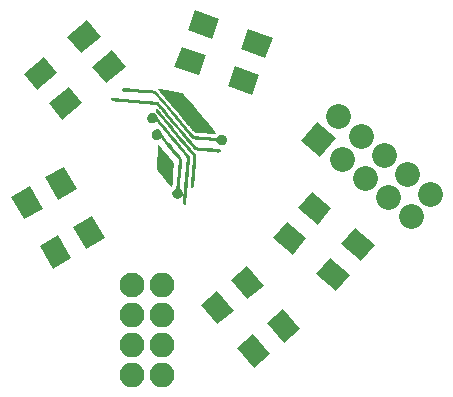
<source format=gts>
G04 #@! TF.FileFunction,Soldermask,Top*
%FSLAX46Y46*%
G04 Gerber Fmt 4.6, Leading zero omitted, Abs format (unit mm)*
G04 Created by KiCad (PCBNEW 4.0.6-e0-6349~52~ubuntu16.10.1) date Sun Jul  9 07:11:00 2017*
%MOMM*%
%LPD*%
G01*
G04 APERTURE LIST*
%ADD10C,0.100000*%
%ADD11C,0.010000*%
%ADD12C,2.100000*%
%ADD13O,2.100000X2.100000*%
%ADD14C,2.100000*%
G04 APERTURE END LIST*
D10*
D11*
G36*
X101729999Y-131186000D02*
X101761980Y-131164499D01*
X101793673Y-131150043D01*
X101833334Y-131138237D01*
X101847895Y-131134585D01*
X101940067Y-131122262D01*
X102025994Y-131132126D01*
X102105820Y-131164228D01*
X102179695Y-131218618D01*
X102224605Y-131265967D01*
X102264454Y-131319207D01*
X102291905Y-131371715D01*
X102304524Y-131405575D01*
X102324875Y-131457620D01*
X102350946Y-131512826D01*
X102368335Y-131544352D01*
X102381581Y-131562764D01*
X102409611Y-131598607D01*
X102452277Y-131651700D01*
X102509427Y-131721864D01*
X102580914Y-131808918D01*
X102666586Y-131912681D01*
X102766295Y-132032973D01*
X102879892Y-132169615D01*
X103007225Y-132322424D01*
X103148146Y-132491222D01*
X103302506Y-132675828D01*
X103470154Y-132876060D01*
X103650942Y-133091739D01*
X103691169Y-133139701D01*
X103870047Y-133353055D01*
X104036945Y-133552342D01*
X104191627Y-133737274D01*
X104333852Y-133907565D01*
X104463385Y-134062929D01*
X104579987Y-134203079D01*
X104683422Y-134327727D01*
X104773452Y-134436589D01*
X104849837Y-134529376D01*
X104912343Y-134605805D01*
X104960730Y-134665586D01*
X104994761Y-134708434D01*
X105014198Y-134734063D01*
X105017801Y-134739376D01*
X105042249Y-134783388D01*
X105062856Y-134828487D01*
X105073797Y-134860279D01*
X105075081Y-134878255D01*
X105074430Y-134914707D01*
X105071815Y-134970043D01*
X105067201Y-135044670D01*
X105060559Y-135138996D01*
X105051855Y-135253427D01*
X105041058Y-135388370D01*
X105028136Y-135544232D01*
X105013058Y-135721421D01*
X104995790Y-135920342D01*
X104976301Y-136141402D01*
X104954561Y-136385010D01*
X104953223Y-136399920D01*
X104935923Y-136592779D01*
X104918652Y-136785564D01*
X104901583Y-136976325D01*
X104884889Y-137163119D01*
X104868743Y-137343996D01*
X104853318Y-137517010D01*
X104838790Y-137680213D01*
X104825330Y-137831657D01*
X104813113Y-137969397D01*
X104802310Y-138091484D01*
X104793096Y-138195971D01*
X104785645Y-138280912D01*
X104781206Y-138331900D01*
X104742765Y-138775739D01*
X104704095Y-138808187D01*
X104677751Y-138827794D01*
X104659774Y-138832624D01*
X104643395Y-138825210D01*
X104603115Y-138787383D01*
X104573613Y-138741087D01*
X104562759Y-138708246D01*
X104563109Y-138693289D01*
X104565426Y-138656859D01*
X104569575Y-138600476D01*
X104575422Y-138525659D01*
X104582834Y-138433931D01*
X104591674Y-138326812D01*
X104601809Y-138205823D01*
X104613104Y-138072484D01*
X104625426Y-137928319D01*
X104638639Y-137774844D01*
X104652610Y-137613584D01*
X104667204Y-137446057D01*
X104682287Y-137273786D01*
X104697725Y-137098291D01*
X104713383Y-136921092D01*
X104729127Y-136743711D01*
X104744822Y-136567669D01*
X104760335Y-136394485D01*
X104775531Y-136225682D01*
X104790275Y-136062780D01*
X104804432Y-135907300D01*
X104817870Y-135760762D01*
X104830454Y-135624688D01*
X104842048Y-135500599D01*
X104852520Y-135390014D01*
X104861734Y-135294456D01*
X104869557Y-135215444D01*
X104875853Y-135154501D01*
X104879798Y-135118948D01*
X104887248Y-135032881D01*
X104887368Y-134965358D01*
X104880754Y-134920200D01*
X104876373Y-134904408D01*
X104871934Y-134889466D01*
X104866772Y-134874540D01*
X104860227Y-134858801D01*
X104851636Y-134841417D01*
X104840337Y-134821558D01*
X104825668Y-134798392D01*
X104806966Y-134771089D01*
X104783569Y-134738816D01*
X104754816Y-134700745D01*
X104720044Y-134656043D01*
X104678589Y-134603880D01*
X104629793Y-134543425D01*
X104572989Y-134473847D01*
X104507518Y-134394314D01*
X104432718Y-134303996D01*
X104347924Y-134202062D01*
X104252476Y-134087681D01*
X104145711Y-133960022D01*
X104026967Y-133818254D01*
X103895583Y-133661545D01*
X103750895Y-133489066D01*
X103592242Y-133299986D01*
X103539347Y-133236951D01*
X102292573Y-131751103D01*
X102259745Y-131774846D01*
X102161096Y-131841452D01*
X102074397Y-131889689D01*
X101998364Y-131920104D01*
X101931718Y-131933250D01*
X101892138Y-131932722D01*
X101834544Y-131922728D01*
X101785173Y-131904277D01*
X101735352Y-131873523D01*
X101703580Y-131849137D01*
X101628749Y-131776397D01*
X101575122Y-131697299D01*
X101542747Y-131613988D01*
X101531670Y-131528606D01*
X101541941Y-131443294D01*
X101573606Y-131360197D01*
X101626714Y-131281457D01*
X101689473Y-131218945D01*
X101729999Y-131186000D01*
X101729999Y-131186000D01*
G37*
X101729999Y-131186000D02*
X101761980Y-131164499D01*
X101793673Y-131150043D01*
X101833334Y-131138237D01*
X101847895Y-131134585D01*
X101940067Y-131122262D01*
X102025994Y-131132126D01*
X102105820Y-131164228D01*
X102179695Y-131218618D01*
X102224605Y-131265967D01*
X102264454Y-131319207D01*
X102291905Y-131371715D01*
X102304524Y-131405575D01*
X102324875Y-131457620D01*
X102350946Y-131512826D01*
X102368335Y-131544352D01*
X102381581Y-131562764D01*
X102409611Y-131598607D01*
X102452277Y-131651700D01*
X102509427Y-131721864D01*
X102580914Y-131808918D01*
X102666586Y-131912681D01*
X102766295Y-132032973D01*
X102879892Y-132169615D01*
X103007225Y-132322424D01*
X103148146Y-132491222D01*
X103302506Y-132675828D01*
X103470154Y-132876060D01*
X103650942Y-133091739D01*
X103691169Y-133139701D01*
X103870047Y-133353055D01*
X104036945Y-133552342D01*
X104191627Y-133737274D01*
X104333852Y-133907565D01*
X104463385Y-134062929D01*
X104579987Y-134203079D01*
X104683422Y-134327727D01*
X104773452Y-134436589D01*
X104849837Y-134529376D01*
X104912343Y-134605805D01*
X104960730Y-134665586D01*
X104994761Y-134708434D01*
X105014198Y-134734063D01*
X105017801Y-134739376D01*
X105042249Y-134783388D01*
X105062856Y-134828487D01*
X105073797Y-134860279D01*
X105075081Y-134878255D01*
X105074430Y-134914707D01*
X105071815Y-134970043D01*
X105067201Y-135044670D01*
X105060559Y-135138996D01*
X105051855Y-135253427D01*
X105041058Y-135388370D01*
X105028136Y-135544232D01*
X105013058Y-135721421D01*
X104995790Y-135920342D01*
X104976301Y-136141402D01*
X104954561Y-136385010D01*
X104953223Y-136399920D01*
X104935923Y-136592779D01*
X104918652Y-136785564D01*
X104901583Y-136976325D01*
X104884889Y-137163119D01*
X104868743Y-137343996D01*
X104853318Y-137517010D01*
X104838790Y-137680213D01*
X104825330Y-137831657D01*
X104813113Y-137969397D01*
X104802310Y-138091484D01*
X104793096Y-138195971D01*
X104785645Y-138280912D01*
X104781206Y-138331900D01*
X104742765Y-138775739D01*
X104704095Y-138808187D01*
X104677751Y-138827794D01*
X104659774Y-138832624D01*
X104643395Y-138825210D01*
X104603115Y-138787383D01*
X104573613Y-138741087D01*
X104562759Y-138708246D01*
X104563109Y-138693289D01*
X104565426Y-138656859D01*
X104569575Y-138600476D01*
X104575422Y-138525659D01*
X104582834Y-138433931D01*
X104591674Y-138326812D01*
X104601809Y-138205823D01*
X104613104Y-138072484D01*
X104625426Y-137928319D01*
X104638639Y-137774844D01*
X104652610Y-137613584D01*
X104667204Y-137446057D01*
X104682287Y-137273786D01*
X104697725Y-137098291D01*
X104713383Y-136921092D01*
X104729127Y-136743711D01*
X104744822Y-136567669D01*
X104760335Y-136394485D01*
X104775531Y-136225682D01*
X104790275Y-136062780D01*
X104804432Y-135907300D01*
X104817870Y-135760762D01*
X104830454Y-135624688D01*
X104842048Y-135500599D01*
X104852520Y-135390014D01*
X104861734Y-135294456D01*
X104869557Y-135215444D01*
X104875853Y-135154501D01*
X104879798Y-135118948D01*
X104887248Y-135032881D01*
X104887368Y-134965358D01*
X104880754Y-134920200D01*
X104876373Y-134904408D01*
X104871934Y-134889466D01*
X104866772Y-134874540D01*
X104860227Y-134858801D01*
X104851636Y-134841417D01*
X104840337Y-134821558D01*
X104825668Y-134798392D01*
X104806966Y-134771089D01*
X104783569Y-134738816D01*
X104754816Y-134700745D01*
X104720044Y-134656043D01*
X104678589Y-134603880D01*
X104629793Y-134543425D01*
X104572989Y-134473847D01*
X104507518Y-134394314D01*
X104432718Y-134303996D01*
X104347924Y-134202062D01*
X104252476Y-134087681D01*
X104145711Y-133960022D01*
X104026967Y-133818254D01*
X103895583Y-133661545D01*
X103750895Y-133489066D01*
X103592242Y-133299986D01*
X103539347Y-133236951D01*
X102292573Y-131751103D01*
X102259745Y-131774846D01*
X102161096Y-131841452D01*
X102074397Y-131889689D01*
X101998364Y-131920104D01*
X101931718Y-131933250D01*
X101892138Y-131932722D01*
X101834544Y-131922728D01*
X101785173Y-131904277D01*
X101735352Y-131873523D01*
X101703580Y-131849137D01*
X101628749Y-131776397D01*
X101575122Y-131697299D01*
X101542747Y-131613988D01*
X101531670Y-131528606D01*
X101541941Y-131443294D01*
X101573606Y-131360197D01*
X101626714Y-131281457D01*
X101689473Y-131218945D01*
X101729999Y-131186000D01*
G36*
X102291895Y-130789445D02*
X102324750Y-130788625D01*
X102350267Y-130795689D01*
X102351969Y-130796821D01*
X102361111Y-130806905D01*
X102384382Y-130833893D01*
X102421103Y-130876977D01*
X102470590Y-130935344D01*
X102532165Y-131008185D01*
X102605144Y-131094690D01*
X102688846Y-131194049D01*
X102782592Y-131305451D01*
X102885700Y-131428085D01*
X102997487Y-131561143D01*
X103117274Y-131703813D01*
X103244380Y-131855285D01*
X103378121Y-132014750D01*
X103517818Y-132181396D01*
X103662790Y-132354413D01*
X103812354Y-132532991D01*
X103965831Y-132716321D01*
X103990282Y-132745535D01*
X104172877Y-132963715D01*
X104341229Y-133164902D01*
X104495923Y-133349806D01*
X104637543Y-133519134D01*
X104766672Y-133673596D01*
X104883894Y-133813904D01*
X104989792Y-133940765D01*
X105084952Y-134054890D01*
X105169954Y-134156986D01*
X105245386Y-134247765D01*
X105311828Y-134327935D01*
X105369866Y-134398206D01*
X105420083Y-134459288D01*
X105463062Y-134511889D01*
X105499388Y-134556719D01*
X105529643Y-134594488D01*
X105554414Y-134625905D01*
X105574281Y-134651678D01*
X105589828Y-134672519D01*
X105601642Y-134689136D01*
X105610304Y-134702239D01*
X105616399Y-134712537D01*
X105620510Y-134720739D01*
X105623220Y-134727555D01*
X105624568Y-134731782D01*
X105626975Y-134747633D01*
X105627882Y-134774691D01*
X105627207Y-134814133D01*
X105624865Y-134867135D01*
X105620773Y-134934871D01*
X105614847Y-135018519D01*
X105607006Y-135119255D01*
X105597164Y-135238255D01*
X105585238Y-135376696D01*
X105571147Y-135535751D01*
X105554806Y-135716601D01*
X105554743Y-135717280D01*
X105540898Y-135870191D01*
X105527249Y-136022600D01*
X105514004Y-136172039D01*
X105501380Y-136316042D01*
X105489585Y-136452142D01*
X105478836Y-136577868D01*
X105469341Y-136690754D01*
X105461315Y-136788334D01*
X105454969Y-136868138D01*
X105450516Y-136927699D01*
X105450138Y-136933102D01*
X105443141Y-137028043D01*
X105436555Y-137103111D01*
X105429925Y-137161504D01*
X105422793Y-137206426D01*
X105414702Y-137241079D01*
X105405196Y-137268662D01*
X105400859Y-137278509D01*
X105374059Y-137330226D01*
X105348649Y-137369206D01*
X105327009Y-137392173D01*
X105314881Y-137396940D01*
X105297096Y-137386137D01*
X105274445Y-137360003D01*
X105251427Y-137324308D01*
X105238547Y-137299037D01*
X105232338Y-137279810D01*
X105228950Y-137253423D01*
X105228464Y-137216780D01*
X105230956Y-137166787D01*
X105236505Y-137100348D01*
X105245192Y-137014369D01*
X105245964Y-137007120D01*
X105251210Y-136956078D01*
X105258274Y-136884353D01*
X105266939Y-136794262D01*
X105276989Y-136688123D01*
X105288211Y-136568254D01*
X105300387Y-136436972D01*
X105313303Y-136296596D01*
X105326743Y-136149443D01*
X105340490Y-135997830D01*
X105354329Y-135844077D01*
X105358689Y-135795389D01*
X105375590Y-135604725D01*
X105390194Y-135436169D01*
X105402562Y-135288862D01*
X105412757Y-135161943D01*
X105420838Y-135054549D01*
X105426868Y-134965820D01*
X105430909Y-134894896D01*
X105433019Y-134840916D01*
X105433261Y-134803016D01*
X105431696Y-134780338D01*
X105431037Y-134776975D01*
X105417329Y-134720656D01*
X104081499Y-133128676D01*
X103938311Y-132958059D01*
X103797063Y-132789808D01*
X103658656Y-132624992D01*
X103523989Y-132464681D01*
X103393964Y-132309947D01*
X103269480Y-132161858D01*
X103151439Y-132021487D01*
X103040740Y-131889903D01*
X102938285Y-131768176D01*
X102844974Y-131657376D01*
X102761707Y-131558575D01*
X102689385Y-131472842D01*
X102628908Y-131401248D01*
X102581176Y-131344863D01*
X102547092Y-131304757D01*
X102539180Y-131295496D01*
X102465186Y-131208337D01*
X102405262Y-131135887D01*
X102357828Y-131075882D01*
X102321297Y-131026056D01*
X102294087Y-130984146D01*
X102274612Y-130947886D01*
X102261290Y-130915012D01*
X102253323Y-130886753D01*
X102245535Y-130841674D01*
X102248658Y-130813333D01*
X102264466Y-130797261D01*
X102291895Y-130789445D01*
X102291895Y-130789445D01*
G37*
X102291895Y-130789445D02*
X102324750Y-130788625D01*
X102350267Y-130795689D01*
X102351969Y-130796821D01*
X102361111Y-130806905D01*
X102384382Y-130833893D01*
X102421103Y-130876977D01*
X102470590Y-130935344D01*
X102532165Y-131008185D01*
X102605144Y-131094690D01*
X102688846Y-131194049D01*
X102782592Y-131305451D01*
X102885700Y-131428085D01*
X102997487Y-131561143D01*
X103117274Y-131703813D01*
X103244380Y-131855285D01*
X103378121Y-132014750D01*
X103517818Y-132181396D01*
X103662790Y-132354413D01*
X103812354Y-132532991D01*
X103965831Y-132716321D01*
X103990282Y-132745535D01*
X104172877Y-132963715D01*
X104341229Y-133164902D01*
X104495923Y-133349806D01*
X104637543Y-133519134D01*
X104766672Y-133673596D01*
X104883894Y-133813904D01*
X104989792Y-133940765D01*
X105084952Y-134054890D01*
X105169954Y-134156986D01*
X105245386Y-134247765D01*
X105311828Y-134327935D01*
X105369866Y-134398206D01*
X105420083Y-134459288D01*
X105463062Y-134511889D01*
X105499388Y-134556719D01*
X105529643Y-134594488D01*
X105554414Y-134625905D01*
X105574281Y-134651678D01*
X105589828Y-134672519D01*
X105601642Y-134689136D01*
X105610304Y-134702239D01*
X105616399Y-134712537D01*
X105620510Y-134720739D01*
X105623220Y-134727555D01*
X105624568Y-134731782D01*
X105626975Y-134747633D01*
X105627882Y-134774691D01*
X105627207Y-134814133D01*
X105624865Y-134867135D01*
X105620773Y-134934871D01*
X105614847Y-135018519D01*
X105607006Y-135119255D01*
X105597164Y-135238255D01*
X105585238Y-135376696D01*
X105571147Y-135535751D01*
X105554806Y-135716601D01*
X105554743Y-135717280D01*
X105540898Y-135870191D01*
X105527249Y-136022600D01*
X105514004Y-136172039D01*
X105501380Y-136316042D01*
X105489585Y-136452142D01*
X105478836Y-136577868D01*
X105469341Y-136690754D01*
X105461315Y-136788334D01*
X105454969Y-136868138D01*
X105450516Y-136927699D01*
X105450138Y-136933102D01*
X105443141Y-137028043D01*
X105436555Y-137103111D01*
X105429925Y-137161504D01*
X105422793Y-137206426D01*
X105414702Y-137241079D01*
X105405196Y-137268662D01*
X105400859Y-137278509D01*
X105374059Y-137330226D01*
X105348649Y-137369206D01*
X105327009Y-137392173D01*
X105314881Y-137396940D01*
X105297096Y-137386137D01*
X105274445Y-137360003D01*
X105251427Y-137324308D01*
X105238547Y-137299037D01*
X105232338Y-137279810D01*
X105228950Y-137253423D01*
X105228464Y-137216780D01*
X105230956Y-137166787D01*
X105236505Y-137100348D01*
X105245192Y-137014369D01*
X105245964Y-137007120D01*
X105251210Y-136956078D01*
X105258274Y-136884353D01*
X105266939Y-136794262D01*
X105276989Y-136688123D01*
X105288211Y-136568254D01*
X105300387Y-136436972D01*
X105313303Y-136296596D01*
X105326743Y-136149443D01*
X105340490Y-135997830D01*
X105354329Y-135844077D01*
X105358689Y-135795389D01*
X105375590Y-135604725D01*
X105390194Y-135436169D01*
X105402562Y-135288862D01*
X105412757Y-135161943D01*
X105420838Y-135054549D01*
X105426868Y-134965820D01*
X105430909Y-134894896D01*
X105433019Y-134840916D01*
X105433261Y-134803016D01*
X105431696Y-134780338D01*
X105431037Y-134776975D01*
X105417329Y-134720656D01*
X104081499Y-133128676D01*
X103938311Y-132958059D01*
X103797063Y-132789808D01*
X103658656Y-132624992D01*
X103523989Y-132464681D01*
X103393964Y-132309947D01*
X103269480Y-132161858D01*
X103151439Y-132021487D01*
X103040740Y-131889903D01*
X102938285Y-131768176D01*
X102844974Y-131657376D01*
X102761707Y-131558575D01*
X102689385Y-131472842D01*
X102628908Y-131401248D01*
X102581176Y-131344863D01*
X102547092Y-131304757D01*
X102539180Y-131295496D01*
X102465186Y-131208337D01*
X102405262Y-131135887D01*
X102357828Y-131075882D01*
X102321297Y-131026056D01*
X102294087Y-130984146D01*
X102274612Y-130947886D01*
X102261290Y-130915012D01*
X102253323Y-130886753D01*
X102245535Y-130841674D01*
X102248658Y-130813333D01*
X102264466Y-130797261D01*
X102291895Y-130789445D01*
G36*
X102201833Y-132548279D02*
X102278426Y-132519208D01*
X102353939Y-132511196D01*
X102426515Y-132524898D01*
X102441067Y-132530534D01*
X102467906Y-132542871D01*
X102490309Y-132556598D01*
X102512586Y-132575563D01*
X102539047Y-132603614D01*
X102574000Y-132644602D01*
X102588974Y-132662641D01*
X102629426Y-132712622D01*
X102658892Y-132752785D01*
X102681841Y-132790466D01*
X102702744Y-132832996D01*
X102725846Y-132887160D01*
X102774272Y-133004778D01*
X103167735Y-133480990D01*
X103252554Y-133583186D01*
X103341357Y-133689339D01*
X103431459Y-133796296D01*
X103520176Y-133900901D01*
X103604822Y-133999999D01*
X103682714Y-134090435D01*
X103751167Y-134169052D01*
X103803686Y-134228442D01*
X103925511Y-134366640D01*
X104031168Y-134490785D01*
X104121665Y-134602267D01*
X104198008Y-134702468D01*
X104261204Y-134792775D01*
X104312257Y-134874574D01*
X104352176Y-134949250D01*
X104381965Y-135018190D01*
X104386828Y-135031503D01*
X104393942Y-135056070D01*
X104399150Y-135085532D01*
X104402360Y-135121640D01*
X104403477Y-135166151D01*
X104402407Y-135220816D01*
X104399055Y-135287389D01*
X104393327Y-135367623D01*
X104385130Y-135463270D01*
X104374369Y-135576085D01*
X104360949Y-135707820D01*
X104344776Y-135860230D01*
X104339809Y-135906229D01*
X104325734Y-136038741D01*
X104310582Y-136185931D01*
X104294976Y-136341457D01*
X104279538Y-136498979D01*
X104264891Y-136652153D01*
X104251655Y-136794638D01*
X104241136Y-136912255D01*
X104230453Y-137036711D01*
X104222002Y-137140449D01*
X104215682Y-137225727D01*
X104211396Y-137294800D01*
X104209047Y-137349924D01*
X104208536Y-137393356D01*
X104209763Y-137427351D01*
X104212634Y-137454167D01*
X104216712Y-137474723D01*
X104234961Y-137548174D01*
X104299002Y-137594068D01*
X104362456Y-137644933D01*
X104407688Y-137695190D01*
X104438768Y-137750259D01*
X104456986Y-137804469D01*
X104472929Y-137902159D01*
X104468589Y-137993928D01*
X104446628Y-138071027D01*
X104417286Y-138121311D01*
X104372996Y-138174248D01*
X104320146Y-138223663D01*
X104265125Y-138263379D01*
X104227964Y-138282416D01*
X104130924Y-138309950D01*
X104034101Y-138314459D01*
X103938102Y-138295939D01*
X103904822Y-138284020D01*
X103878702Y-138271861D01*
X103855228Y-138255932D01*
X103829699Y-138232105D01*
X103797413Y-138196254D01*
X103775610Y-138170555D01*
X103739233Y-138126230D01*
X103714656Y-138092732D01*
X103698202Y-138063750D01*
X103686199Y-138032973D01*
X103676793Y-138000848D01*
X103663929Y-137925286D01*
X103666576Y-137854922D01*
X103684243Y-137794922D01*
X103698755Y-137770145D01*
X103717340Y-137748464D01*
X103748936Y-137715693D01*
X103789299Y-137676084D01*
X103834187Y-137633894D01*
X103839370Y-137629139D01*
X103886516Y-137585524D01*
X103919660Y-137553092D01*
X103942155Y-137527790D01*
X103957349Y-137505564D01*
X103968593Y-137482361D01*
X103975529Y-137464400D01*
X103987942Y-137425131D01*
X104000330Y-137374742D01*
X104012791Y-137312328D01*
X104025425Y-137236979D01*
X104038331Y-137147787D01*
X104051606Y-137043847D01*
X104065350Y-136924250D01*
X104079662Y-136788090D01*
X104094641Y-136634458D01*
X104110385Y-136462448D01*
X104126995Y-136271150D01*
X104144566Y-136059660D01*
X104163201Y-135827069D01*
X104182997Y-135572468D01*
X104186156Y-135531231D01*
X104194714Y-135417337D01*
X104201312Y-135323931D01*
X104206003Y-135248504D01*
X104208842Y-135188542D01*
X104209885Y-135141533D01*
X104209187Y-135104964D01*
X104206802Y-135076323D01*
X104202784Y-135053098D01*
X104197188Y-135032775D01*
X104197030Y-135032287D01*
X104174945Y-134964349D01*
X103427159Y-134068039D01*
X102679374Y-133171728D01*
X102614539Y-133216344D01*
X102511626Y-133276153D01*
X102409899Y-133313035D01*
X102308999Y-133327104D01*
X102267958Y-133326316D01*
X102202182Y-133318553D01*
X102150042Y-133302651D01*
X102104721Y-133275027D01*
X102059399Y-133232098D01*
X102034437Y-133203570D01*
X102000207Y-133161296D01*
X101977850Y-133128472D01*
X101963272Y-133097860D01*
X101952387Y-133062222D01*
X101950635Y-133055249D01*
X101937486Y-132957315D01*
X101947017Y-132863278D01*
X101979038Y-132773867D01*
X102033356Y-132689808D01*
X102052843Y-132666990D01*
X102126019Y-132597758D01*
X102201833Y-132548279D01*
X102201833Y-132548279D01*
G37*
X102201833Y-132548279D02*
X102278426Y-132519208D01*
X102353939Y-132511196D01*
X102426515Y-132524898D01*
X102441067Y-132530534D01*
X102467906Y-132542871D01*
X102490309Y-132556598D01*
X102512586Y-132575563D01*
X102539047Y-132603614D01*
X102574000Y-132644602D01*
X102588974Y-132662641D01*
X102629426Y-132712622D01*
X102658892Y-132752785D01*
X102681841Y-132790466D01*
X102702744Y-132832996D01*
X102725846Y-132887160D01*
X102774272Y-133004778D01*
X103167735Y-133480990D01*
X103252554Y-133583186D01*
X103341357Y-133689339D01*
X103431459Y-133796296D01*
X103520176Y-133900901D01*
X103604822Y-133999999D01*
X103682714Y-134090435D01*
X103751167Y-134169052D01*
X103803686Y-134228442D01*
X103925511Y-134366640D01*
X104031168Y-134490785D01*
X104121665Y-134602267D01*
X104198008Y-134702468D01*
X104261204Y-134792775D01*
X104312257Y-134874574D01*
X104352176Y-134949250D01*
X104381965Y-135018190D01*
X104386828Y-135031503D01*
X104393942Y-135056070D01*
X104399150Y-135085532D01*
X104402360Y-135121640D01*
X104403477Y-135166151D01*
X104402407Y-135220816D01*
X104399055Y-135287389D01*
X104393327Y-135367623D01*
X104385130Y-135463270D01*
X104374369Y-135576085D01*
X104360949Y-135707820D01*
X104344776Y-135860230D01*
X104339809Y-135906229D01*
X104325734Y-136038741D01*
X104310582Y-136185931D01*
X104294976Y-136341457D01*
X104279538Y-136498979D01*
X104264891Y-136652153D01*
X104251655Y-136794638D01*
X104241136Y-136912255D01*
X104230453Y-137036711D01*
X104222002Y-137140449D01*
X104215682Y-137225727D01*
X104211396Y-137294800D01*
X104209047Y-137349924D01*
X104208536Y-137393356D01*
X104209763Y-137427351D01*
X104212634Y-137454167D01*
X104216712Y-137474723D01*
X104234961Y-137548174D01*
X104299002Y-137594068D01*
X104362456Y-137644933D01*
X104407688Y-137695190D01*
X104438768Y-137750259D01*
X104456986Y-137804469D01*
X104472929Y-137902159D01*
X104468589Y-137993928D01*
X104446628Y-138071027D01*
X104417286Y-138121311D01*
X104372996Y-138174248D01*
X104320146Y-138223663D01*
X104265125Y-138263379D01*
X104227964Y-138282416D01*
X104130924Y-138309950D01*
X104034101Y-138314459D01*
X103938102Y-138295939D01*
X103904822Y-138284020D01*
X103878702Y-138271861D01*
X103855228Y-138255932D01*
X103829699Y-138232105D01*
X103797413Y-138196254D01*
X103775610Y-138170555D01*
X103739233Y-138126230D01*
X103714656Y-138092732D01*
X103698202Y-138063750D01*
X103686199Y-138032973D01*
X103676793Y-138000848D01*
X103663929Y-137925286D01*
X103666576Y-137854922D01*
X103684243Y-137794922D01*
X103698755Y-137770145D01*
X103717340Y-137748464D01*
X103748936Y-137715693D01*
X103789299Y-137676084D01*
X103834187Y-137633894D01*
X103839370Y-137629139D01*
X103886516Y-137585524D01*
X103919660Y-137553092D01*
X103942155Y-137527790D01*
X103957349Y-137505564D01*
X103968593Y-137482361D01*
X103975529Y-137464400D01*
X103987942Y-137425131D01*
X104000330Y-137374742D01*
X104012791Y-137312328D01*
X104025425Y-137236979D01*
X104038331Y-137147787D01*
X104051606Y-137043847D01*
X104065350Y-136924250D01*
X104079662Y-136788090D01*
X104094641Y-136634458D01*
X104110385Y-136462448D01*
X104126995Y-136271150D01*
X104144566Y-136059660D01*
X104163201Y-135827069D01*
X104182997Y-135572468D01*
X104186156Y-135531231D01*
X104194714Y-135417337D01*
X104201312Y-135323931D01*
X104206003Y-135248504D01*
X104208842Y-135188542D01*
X104209885Y-135141533D01*
X104209187Y-135104964D01*
X104206802Y-135076323D01*
X104202784Y-135053098D01*
X104197188Y-135032775D01*
X104197030Y-135032287D01*
X104174945Y-134964349D01*
X103427159Y-134068039D01*
X102679374Y-133171728D01*
X102614539Y-133216344D01*
X102511626Y-133276153D01*
X102409899Y-133313035D01*
X102308999Y-133327104D01*
X102267958Y-133326316D01*
X102202182Y-133318553D01*
X102150042Y-133302651D01*
X102104721Y-133275027D01*
X102059399Y-133232098D01*
X102034437Y-133203570D01*
X102000207Y-133161296D01*
X101977850Y-133128472D01*
X101963272Y-133097860D01*
X101952387Y-133062222D01*
X101950635Y-133055249D01*
X101937486Y-132957315D01*
X101947017Y-132863278D01*
X101979038Y-132773867D01*
X102033356Y-132689808D01*
X102052843Y-132666990D01*
X102126019Y-132597758D01*
X102201833Y-132548279D01*
G36*
X98543246Y-129857433D02*
X98561810Y-129848502D01*
X98584368Y-129846141D01*
X98617289Y-129849618D01*
X98662866Y-129857460D01*
X98715714Y-129865791D01*
X98790496Y-129875711D01*
X98886114Y-129887119D01*
X99001473Y-129899914D01*
X99135477Y-129913994D01*
X99287028Y-129929260D01*
X99455032Y-129945608D01*
X99638391Y-129962939D01*
X99836011Y-129981151D01*
X100046793Y-130000143D01*
X100269644Y-130019815D01*
X100503466Y-130040064D01*
X100747162Y-130060788D01*
X100999637Y-130081889D01*
X101259796Y-130103263D01*
X101526542Y-130124811D01*
X101766125Y-130143857D01*
X101917317Y-130156155D01*
X102048406Y-130167601D01*
X102158896Y-130178139D01*
X102248290Y-130187716D01*
X102316093Y-130196280D01*
X102361808Y-130203778D01*
X102384504Y-130209947D01*
X102390125Y-130212932D01*
X102396724Y-130217378D01*
X102404911Y-130223993D01*
X102415291Y-130233489D01*
X102428470Y-130246575D01*
X102445058Y-130263961D01*
X102465658Y-130286359D01*
X102490880Y-130314476D01*
X102521329Y-130349024D01*
X102557613Y-130390713D01*
X102600337Y-130440252D01*
X102650111Y-130498351D01*
X102707540Y-130565723D01*
X102773231Y-130643074D01*
X102847792Y-130731116D01*
X102931829Y-130830560D01*
X103025948Y-130942114D01*
X103130757Y-131066489D01*
X103246863Y-131204396D01*
X103374872Y-131356544D01*
X103515392Y-131523642D01*
X103669030Y-131706402D01*
X103836392Y-131905534D01*
X103989879Y-132088182D01*
X104169051Y-132301399D01*
X104333983Y-132497656D01*
X104485292Y-132677671D01*
X104623592Y-132842163D01*
X104749499Y-132991851D01*
X104863629Y-133127452D01*
X104966598Y-133249686D01*
X105059020Y-133359271D01*
X105141511Y-133456924D01*
X105214687Y-133543364D01*
X105279163Y-133619310D01*
X105335556Y-133685480D01*
X105384479Y-133742594D01*
X105426548Y-133791368D01*
X105462381Y-133832521D01*
X105492592Y-133866773D01*
X105517795Y-133894841D01*
X105538608Y-133917444D01*
X105555645Y-133935299D01*
X105569522Y-133949126D01*
X105580855Y-133959643D01*
X105590259Y-133967569D01*
X105598348Y-133973620D01*
X105605740Y-133978518D01*
X105613050Y-133982978D01*
X105613557Y-133983283D01*
X105640031Y-133998850D01*
X105665069Y-134012365D01*
X105690578Y-134024088D01*
X105718459Y-134034282D01*
X105750619Y-134043205D01*
X105788961Y-134051123D01*
X105835389Y-134058295D01*
X105891808Y-134064982D01*
X105960120Y-134071446D01*
X106042232Y-134077948D01*
X106140045Y-134084750D01*
X106255466Y-134092112D01*
X106390397Y-134100298D01*
X106523606Y-134108200D01*
X106701688Y-134118976D01*
X106858415Y-134129075D01*
X106995504Y-134138705D01*
X107114674Y-134148072D01*
X107217644Y-134157383D01*
X107306131Y-134166844D01*
X107381853Y-134176663D01*
X107446531Y-134187046D01*
X107501880Y-134198198D01*
X107549621Y-134210329D01*
X107591470Y-134223644D01*
X107629147Y-134238349D01*
X107638079Y-134242251D01*
X107677727Y-134261866D01*
X107713173Y-134282624D01*
X107727723Y-134292925D01*
X107743960Y-134308621D01*
X107746775Y-134321783D01*
X107733942Y-134335165D01*
X107703234Y-134351525D01*
X107667774Y-134367134D01*
X107609185Y-134386274D01*
X107542017Y-134396604D01*
X107462816Y-134398243D01*
X107368131Y-134391314D01*
X107284980Y-134380582D01*
X107242317Y-134375038D01*
X107179195Y-134367862D01*
X107098167Y-134359302D01*
X107001791Y-134349605D01*
X106892621Y-134339018D01*
X106773211Y-134327789D01*
X106646117Y-134316165D01*
X106513893Y-134304392D01*
X106379096Y-134292721D01*
X106363510Y-134291393D01*
X106209724Y-134278218D01*
X106077287Y-134266634D01*
X105964528Y-134256446D01*
X105869775Y-134247465D01*
X105791356Y-134239498D01*
X105727597Y-134232354D01*
X105676829Y-134225840D01*
X105637377Y-134219765D01*
X105607571Y-134213938D01*
X105585738Y-134208165D01*
X105570206Y-134202257D01*
X105565511Y-134199882D01*
X105559212Y-134196132D01*
X105552065Y-134191076D01*
X105543463Y-134184005D01*
X105532798Y-134174208D01*
X105519465Y-134160976D01*
X105502855Y-134143599D01*
X105482360Y-134121366D01*
X105457375Y-134093567D01*
X105427291Y-134059492D01*
X105391501Y-134018431D01*
X105349398Y-133969675D01*
X105300375Y-133912512D01*
X105243825Y-133846232D01*
X105179142Y-133770127D01*
X105105714Y-133683485D01*
X105022940Y-133585595D01*
X104930208Y-133475750D01*
X104826913Y-133353237D01*
X104712448Y-133217348D01*
X104586204Y-133067371D01*
X104447575Y-132902597D01*
X104295955Y-132722316D01*
X104130735Y-132525817D01*
X103951307Y-132312391D01*
X103939805Y-132298708D01*
X103758947Y-132083583D01*
X103592332Y-131885440D01*
X103439361Y-131703573D01*
X103299429Y-131537276D01*
X103171934Y-131385845D01*
X103056276Y-131248574D01*
X102951851Y-131124759D01*
X102858057Y-131013695D01*
X102774293Y-130914676D01*
X102699957Y-130826999D01*
X102634446Y-130749956D01*
X102577159Y-130682844D01*
X102527493Y-130624957D01*
X102484846Y-130575591D01*
X102448617Y-130534041D01*
X102418203Y-130499601D01*
X102393001Y-130471566D01*
X102372412Y-130449231D01*
X102355831Y-130431892D01*
X102342657Y-130418844D01*
X102332289Y-130409380D01*
X102324123Y-130402797D01*
X102317558Y-130398390D01*
X102316546Y-130397799D01*
X102306893Y-130393554D01*
X102291954Y-130389176D01*
X102270609Y-130384546D01*
X102241734Y-130379552D01*
X102204209Y-130374077D01*
X102156912Y-130368003D01*
X102098720Y-130361218D01*
X102028510Y-130353603D01*
X101945163Y-130345044D01*
X101847555Y-130335425D01*
X101734566Y-130324629D01*
X101605072Y-130312543D01*
X101457951Y-130299048D01*
X101292083Y-130284031D01*
X101106344Y-130267373D01*
X100899614Y-130248961D01*
X100719211Y-130232965D01*
X100527290Y-130216053D01*
X100338505Y-130199566D01*
X100154477Y-130183640D01*
X99976828Y-130168409D01*
X99807181Y-130154008D01*
X99647158Y-130140570D01*
X99498380Y-130128230D01*
X99362472Y-130117121D01*
X99241053Y-130107381D01*
X99135748Y-130099141D01*
X99048176Y-130092536D01*
X98979961Y-130087701D01*
X98932727Y-130084771D01*
X98924555Y-130084359D01*
X98821661Y-130078461D01*
X98738955Y-130070954D01*
X98673552Y-130061135D01*
X98622569Y-130048298D01*
X98583122Y-130031740D01*
X98552325Y-130010758D01*
X98530130Y-129988125D01*
X98501865Y-129951288D01*
X98489911Y-129924886D01*
X98493889Y-129903394D01*
X98513423Y-129881286D01*
X98522305Y-129873671D01*
X98543246Y-129857433D01*
X98543246Y-129857433D01*
G37*
X98543246Y-129857433D02*
X98561810Y-129848502D01*
X98584368Y-129846141D01*
X98617289Y-129849618D01*
X98662866Y-129857460D01*
X98715714Y-129865791D01*
X98790496Y-129875711D01*
X98886114Y-129887119D01*
X99001473Y-129899914D01*
X99135477Y-129913994D01*
X99287028Y-129929260D01*
X99455032Y-129945608D01*
X99638391Y-129962939D01*
X99836011Y-129981151D01*
X100046793Y-130000143D01*
X100269644Y-130019815D01*
X100503466Y-130040064D01*
X100747162Y-130060788D01*
X100999637Y-130081889D01*
X101259796Y-130103263D01*
X101526542Y-130124811D01*
X101766125Y-130143857D01*
X101917317Y-130156155D01*
X102048406Y-130167601D01*
X102158896Y-130178139D01*
X102248290Y-130187716D01*
X102316093Y-130196280D01*
X102361808Y-130203778D01*
X102384504Y-130209947D01*
X102390125Y-130212932D01*
X102396724Y-130217378D01*
X102404911Y-130223993D01*
X102415291Y-130233489D01*
X102428470Y-130246575D01*
X102445058Y-130263961D01*
X102465658Y-130286359D01*
X102490880Y-130314476D01*
X102521329Y-130349024D01*
X102557613Y-130390713D01*
X102600337Y-130440252D01*
X102650111Y-130498351D01*
X102707540Y-130565723D01*
X102773231Y-130643074D01*
X102847792Y-130731116D01*
X102931829Y-130830560D01*
X103025948Y-130942114D01*
X103130757Y-131066489D01*
X103246863Y-131204396D01*
X103374872Y-131356544D01*
X103515392Y-131523642D01*
X103669030Y-131706402D01*
X103836392Y-131905534D01*
X103989879Y-132088182D01*
X104169051Y-132301399D01*
X104333983Y-132497656D01*
X104485292Y-132677671D01*
X104623592Y-132842163D01*
X104749499Y-132991851D01*
X104863629Y-133127452D01*
X104966598Y-133249686D01*
X105059020Y-133359271D01*
X105141511Y-133456924D01*
X105214687Y-133543364D01*
X105279163Y-133619310D01*
X105335556Y-133685480D01*
X105384479Y-133742594D01*
X105426548Y-133791368D01*
X105462381Y-133832521D01*
X105492592Y-133866773D01*
X105517795Y-133894841D01*
X105538608Y-133917444D01*
X105555645Y-133935299D01*
X105569522Y-133949126D01*
X105580855Y-133959643D01*
X105590259Y-133967569D01*
X105598348Y-133973620D01*
X105605740Y-133978518D01*
X105613050Y-133982978D01*
X105613557Y-133983283D01*
X105640031Y-133998850D01*
X105665069Y-134012365D01*
X105690578Y-134024088D01*
X105718459Y-134034282D01*
X105750619Y-134043205D01*
X105788961Y-134051123D01*
X105835389Y-134058295D01*
X105891808Y-134064982D01*
X105960120Y-134071446D01*
X106042232Y-134077948D01*
X106140045Y-134084750D01*
X106255466Y-134092112D01*
X106390397Y-134100298D01*
X106523606Y-134108200D01*
X106701688Y-134118976D01*
X106858415Y-134129075D01*
X106995504Y-134138705D01*
X107114674Y-134148072D01*
X107217644Y-134157383D01*
X107306131Y-134166844D01*
X107381853Y-134176663D01*
X107446531Y-134187046D01*
X107501880Y-134198198D01*
X107549621Y-134210329D01*
X107591470Y-134223644D01*
X107629147Y-134238349D01*
X107638079Y-134242251D01*
X107677727Y-134261866D01*
X107713173Y-134282624D01*
X107727723Y-134292925D01*
X107743960Y-134308621D01*
X107746775Y-134321783D01*
X107733942Y-134335165D01*
X107703234Y-134351525D01*
X107667774Y-134367134D01*
X107609185Y-134386274D01*
X107542017Y-134396604D01*
X107462816Y-134398243D01*
X107368131Y-134391314D01*
X107284980Y-134380582D01*
X107242317Y-134375038D01*
X107179195Y-134367862D01*
X107098167Y-134359302D01*
X107001791Y-134349605D01*
X106892621Y-134339018D01*
X106773211Y-134327789D01*
X106646117Y-134316165D01*
X106513893Y-134304392D01*
X106379096Y-134292721D01*
X106363510Y-134291393D01*
X106209724Y-134278218D01*
X106077287Y-134266634D01*
X105964528Y-134256446D01*
X105869775Y-134247465D01*
X105791356Y-134239498D01*
X105727597Y-134232354D01*
X105676829Y-134225840D01*
X105637377Y-134219765D01*
X105607571Y-134213938D01*
X105585738Y-134208165D01*
X105570206Y-134202257D01*
X105565511Y-134199882D01*
X105559212Y-134196132D01*
X105552065Y-134191076D01*
X105543463Y-134184005D01*
X105532798Y-134174208D01*
X105519465Y-134160976D01*
X105502855Y-134143599D01*
X105482360Y-134121366D01*
X105457375Y-134093567D01*
X105427291Y-134059492D01*
X105391501Y-134018431D01*
X105349398Y-133969675D01*
X105300375Y-133912512D01*
X105243825Y-133846232D01*
X105179142Y-133770127D01*
X105105714Y-133683485D01*
X105022940Y-133585595D01*
X104930208Y-133475750D01*
X104826913Y-133353237D01*
X104712448Y-133217348D01*
X104586204Y-133067371D01*
X104447575Y-132902597D01*
X104295955Y-132722316D01*
X104130735Y-132525817D01*
X103951307Y-132312391D01*
X103939805Y-132298708D01*
X103758947Y-132083583D01*
X103592332Y-131885440D01*
X103439361Y-131703573D01*
X103299429Y-131537276D01*
X103171934Y-131385845D01*
X103056276Y-131248574D01*
X102951851Y-131124759D01*
X102858057Y-131013695D01*
X102774293Y-130914676D01*
X102699957Y-130826999D01*
X102634446Y-130749956D01*
X102577159Y-130682844D01*
X102527493Y-130624957D01*
X102484846Y-130575591D01*
X102448617Y-130534041D01*
X102418203Y-130499601D01*
X102393001Y-130471566D01*
X102372412Y-130449231D01*
X102355831Y-130431892D01*
X102342657Y-130418844D01*
X102332289Y-130409380D01*
X102324123Y-130402797D01*
X102317558Y-130398390D01*
X102316546Y-130397799D01*
X102306893Y-130393554D01*
X102291954Y-130389176D01*
X102270609Y-130384546D01*
X102241734Y-130379552D01*
X102204209Y-130374077D01*
X102156912Y-130368003D01*
X102098720Y-130361218D01*
X102028510Y-130353603D01*
X101945163Y-130345044D01*
X101847555Y-130335425D01*
X101734566Y-130324629D01*
X101605072Y-130312543D01*
X101457951Y-130299048D01*
X101292083Y-130284031D01*
X101106344Y-130267373D01*
X100899614Y-130248961D01*
X100719211Y-130232965D01*
X100527290Y-130216053D01*
X100338505Y-130199566D01*
X100154477Y-130183640D01*
X99976828Y-130168409D01*
X99807181Y-130154008D01*
X99647158Y-130140570D01*
X99498380Y-130128230D01*
X99362472Y-130117121D01*
X99241053Y-130107381D01*
X99135748Y-130099141D01*
X99048176Y-130092536D01*
X98979961Y-130087701D01*
X98932727Y-130084771D01*
X98924555Y-130084359D01*
X98821661Y-130078461D01*
X98738955Y-130070954D01*
X98673552Y-130061135D01*
X98622569Y-130048298D01*
X98583122Y-130031740D01*
X98552325Y-130010758D01*
X98530130Y-129988125D01*
X98501865Y-129951288D01*
X98489911Y-129924886D01*
X98493889Y-129903394D01*
X98513423Y-129881286D01*
X98522305Y-129873671D01*
X98543246Y-129857433D01*
G36*
X100672004Y-129141361D02*
X100837001Y-129154379D01*
X100997613Y-129166803D01*
X101152072Y-129178507D01*
X101298615Y-129189370D01*
X101435476Y-129199269D01*
X101560891Y-129208081D01*
X101673095Y-129215681D01*
X101770323Y-129221950D01*
X101850809Y-129226762D01*
X101912790Y-129229997D01*
X101954500Y-129231528D01*
X101968233Y-129231600D01*
X102046266Y-129232386D01*
X102109000Y-129240091D01*
X102162605Y-129257209D01*
X102213251Y-129286231D01*
X102267109Y-129329652D01*
X102309566Y-129369502D01*
X102327575Y-129388202D01*
X102354398Y-129417891D01*
X102390482Y-129459106D01*
X102436278Y-129512383D01*
X102492231Y-129578256D01*
X102558790Y-129657264D01*
X102636404Y-129749940D01*
X102725519Y-129856823D01*
X102826584Y-129978447D01*
X102940046Y-130115349D01*
X103066354Y-130268065D01*
X103205956Y-130437130D01*
X103359299Y-130623081D01*
X103507726Y-130803251D01*
X103692734Y-131027854D01*
X103863773Y-131235346D01*
X104021497Y-131426490D01*
X104166557Y-131602046D01*
X104299608Y-131762777D01*
X104421301Y-131909442D01*
X104532291Y-132042804D01*
X104633229Y-132163624D01*
X104724769Y-132272663D01*
X104807565Y-132370683D01*
X104882267Y-132458445D01*
X104949531Y-132536710D01*
X105010008Y-132606241D01*
X105064353Y-132667798D01*
X105113216Y-132722142D01*
X105157252Y-132770035D01*
X105197113Y-132812239D01*
X105233454Y-132849514D01*
X105266925Y-132882622D01*
X105298181Y-132912325D01*
X105327874Y-132939384D01*
X105356658Y-132964560D01*
X105373581Y-132978926D01*
X105397666Y-132999559D01*
X105418506Y-133017519D01*
X105437779Y-133033120D01*
X105457167Y-133046675D01*
X105478348Y-133058496D01*
X105503002Y-133068896D01*
X105532808Y-133078188D01*
X105569447Y-133086686D01*
X105614597Y-133094701D01*
X105669940Y-133102548D01*
X105737154Y-133110538D01*
X105817918Y-133118985D01*
X105913914Y-133128203D01*
X106026818Y-133138503D01*
X106158313Y-133150199D01*
X106310078Y-133163604D01*
X106414456Y-133172853D01*
X106556868Y-133185334D01*
X106693591Y-133196979D01*
X106822737Y-133207646D01*
X106942415Y-133217195D01*
X107050736Y-133225485D01*
X107145810Y-133232376D01*
X107225746Y-133237729D01*
X107288656Y-133241401D01*
X107332650Y-133243252D01*
X107355838Y-133243144D01*
X107357467Y-133242940D01*
X107403354Y-133232223D01*
X107441213Y-133215245D01*
X107476981Y-133188070D01*
X107516594Y-133146766D01*
X107534810Y-133125450D01*
X107568120Y-133088129D01*
X107600393Y-133056121D01*
X107625733Y-133035177D01*
X107630098Y-133032453D01*
X107688515Y-133008914D01*
X107759378Y-132994237D01*
X107833173Y-132990140D01*
X107857344Y-132991471D01*
X107950428Y-133009897D01*
X108030773Y-133046758D01*
X108097060Y-133100419D01*
X108147964Y-133169245D01*
X108182163Y-133251598D01*
X108198337Y-133345843D01*
X108198505Y-133413556D01*
X108183937Y-133512179D01*
X108152096Y-133596893D01*
X108101796Y-133670356D01*
X108068663Y-133704335D01*
X108015699Y-133747986D01*
X107969904Y-133775178D01*
X107960819Y-133778813D01*
X107872954Y-133797892D01*
X107778522Y-133795361D01*
X107678822Y-133771325D01*
X107630642Y-133752685D01*
X107565129Y-133715186D01*
X107515568Y-133664428D01*
X107482866Y-133608430D01*
X107445418Y-133540792D01*
X107405061Y-133492705D01*
X107358643Y-133460628D01*
X107346314Y-133454945D01*
X107316854Y-133444935D01*
X107275741Y-133435219D01*
X107221666Y-133425652D01*
X107153322Y-133416092D01*
X107069395Y-133406398D01*
X106968580Y-133396426D01*
X106849566Y-133386035D01*
X106711043Y-133375080D01*
X106551703Y-133363421D01*
X106423099Y-133354494D01*
X106253688Y-133342905D01*
X106105675Y-133332648D01*
X105977419Y-133323549D01*
X105867277Y-133315438D01*
X105773605Y-133308144D01*
X105694761Y-133301497D01*
X105629102Y-133295326D01*
X105574985Y-133289459D01*
X105530767Y-133283726D01*
X105494805Y-133277956D01*
X105465458Y-133271979D01*
X105441080Y-133265622D01*
X105420032Y-133258716D01*
X105400667Y-133251090D01*
X105391731Y-133247231D01*
X105311978Y-133212066D01*
X103808312Y-131413977D01*
X103611543Y-131178753D01*
X103429210Y-130960941D01*
X103261007Y-130760176D01*
X103106630Y-130576100D01*
X102965770Y-130408350D01*
X102838124Y-130256563D01*
X102723386Y-130120379D01*
X102621249Y-129999436D01*
X102531408Y-129893372D01*
X102453558Y-129801825D01*
X102387390Y-129724434D01*
X102332603Y-129660836D01*
X102288888Y-129610671D01*
X102255940Y-129573576D01*
X102233454Y-129549190D01*
X102224383Y-129540058D01*
X102148529Y-129476958D01*
X102072569Y-129432966D01*
X101989960Y-129405012D01*
X101907149Y-129391305D01*
X101882208Y-129389197D01*
X101835926Y-129385839D01*
X101770011Y-129381340D01*
X101686172Y-129375807D01*
X101586120Y-129369349D01*
X101471564Y-129362074D01*
X101344213Y-129354090D01*
X101205776Y-129345506D01*
X101057963Y-129336428D01*
X100902483Y-129326966D01*
X100741044Y-129317227D01*
X100647573Y-129311627D01*
X99484039Y-129242095D01*
X99464228Y-129206900D01*
X99441960Y-129164514D01*
X99432587Y-129135378D01*
X99436156Y-129113558D01*
X99452712Y-129093119D01*
X99465193Y-129082133D01*
X99505396Y-129048399D01*
X100672004Y-129141361D01*
X100672004Y-129141361D01*
G37*
X100672004Y-129141361D02*
X100837001Y-129154379D01*
X100997613Y-129166803D01*
X101152072Y-129178507D01*
X101298615Y-129189370D01*
X101435476Y-129199269D01*
X101560891Y-129208081D01*
X101673095Y-129215681D01*
X101770323Y-129221950D01*
X101850809Y-129226762D01*
X101912790Y-129229997D01*
X101954500Y-129231528D01*
X101968233Y-129231600D01*
X102046266Y-129232386D01*
X102109000Y-129240091D01*
X102162605Y-129257209D01*
X102213251Y-129286231D01*
X102267109Y-129329652D01*
X102309566Y-129369502D01*
X102327575Y-129388202D01*
X102354398Y-129417891D01*
X102390482Y-129459106D01*
X102436278Y-129512383D01*
X102492231Y-129578256D01*
X102558790Y-129657264D01*
X102636404Y-129749940D01*
X102725519Y-129856823D01*
X102826584Y-129978447D01*
X102940046Y-130115349D01*
X103066354Y-130268065D01*
X103205956Y-130437130D01*
X103359299Y-130623081D01*
X103507726Y-130803251D01*
X103692734Y-131027854D01*
X103863773Y-131235346D01*
X104021497Y-131426490D01*
X104166557Y-131602046D01*
X104299608Y-131762777D01*
X104421301Y-131909442D01*
X104532291Y-132042804D01*
X104633229Y-132163624D01*
X104724769Y-132272663D01*
X104807565Y-132370683D01*
X104882267Y-132458445D01*
X104949531Y-132536710D01*
X105010008Y-132606241D01*
X105064353Y-132667798D01*
X105113216Y-132722142D01*
X105157252Y-132770035D01*
X105197113Y-132812239D01*
X105233454Y-132849514D01*
X105266925Y-132882622D01*
X105298181Y-132912325D01*
X105327874Y-132939384D01*
X105356658Y-132964560D01*
X105373581Y-132978926D01*
X105397666Y-132999559D01*
X105418506Y-133017519D01*
X105437779Y-133033120D01*
X105457167Y-133046675D01*
X105478348Y-133058496D01*
X105503002Y-133068896D01*
X105532808Y-133078188D01*
X105569447Y-133086686D01*
X105614597Y-133094701D01*
X105669940Y-133102548D01*
X105737154Y-133110538D01*
X105817918Y-133118985D01*
X105913914Y-133128203D01*
X106026818Y-133138503D01*
X106158313Y-133150199D01*
X106310078Y-133163604D01*
X106414456Y-133172853D01*
X106556868Y-133185334D01*
X106693591Y-133196979D01*
X106822737Y-133207646D01*
X106942415Y-133217195D01*
X107050736Y-133225485D01*
X107145810Y-133232376D01*
X107225746Y-133237729D01*
X107288656Y-133241401D01*
X107332650Y-133243252D01*
X107355838Y-133243144D01*
X107357467Y-133242940D01*
X107403354Y-133232223D01*
X107441213Y-133215245D01*
X107476981Y-133188070D01*
X107516594Y-133146766D01*
X107534810Y-133125450D01*
X107568120Y-133088129D01*
X107600393Y-133056121D01*
X107625733Y-133035177D01*
X107630098Y-133032453D01*
X107688515Y-133008914D01*
X107759378Y-132994237D01*
X107833173Y-132990140D01*
X107857344Y-132991471D01*
X107950428Y-133009897D01*
X108030773Y-133046758D01*
X108097060Y-133100419D01*
X108147964Y-133169245D01*
X108182163Y-133251598D01*
X108198337Y-133345843D01*
X108198505Y-133413556D01*
X108183937Y-133512179D01*
X108152096Y-133596893D01*
X108101796Y-133670356D01*
X108068663Y-133704335D01*
X108015699Y-133747986D01*
X107969904Y-133775178D01*
X107960819Y-133778813D01*
X107872954Y-133797892D01*
X107778522Y-133795361D01*
X107678822Y-133771325D01*
X107630642Y-133752685D01*
X107565129Y-133715186D01*
X107515568Y-133664428D01*
X107482866Y-133608430D01*
X107445418Y-133540792D01*
X107405061Y-133492705D01*
X107358643Y-133460628D01*
X107346314Y-133454945D01*
X107316854Y-133444935D01*
X107275741Y-133435219D01*
X107221666Y-133425652D01*
X107153322Y-133416092D01*
X107069395Y-133406398D01*
X106968580Y-133396426D01*
X106849566Y-133386035D01*
X106711043Y-133375080D01*
X106551703Y-133363421D01*
X106423099Y-133354494D01*
X106253688Y-133342905D01*
X106105675Y-133332648D01*
X105977419Y-133323549D01*
X105867277Y-133315438D01*
X105773605Y-133308144D01*
X105694761Y-133301497D01*
X105629102Y-133295326D01*
X105574985Y-133289459D01*
X105530767Y-133283726D01*
X105494805Y-133277956D01*
X105465458Y-133271979D01*
X105441080Y-133265622D01*
X105420032Y-133258716D01*
X105400667Y-133251090D01*
X105391731Y-133247231D01*
X105311978Y-133212066D01*
X103808312Y-131413977D01*
X103611543Y-131178753D01*
X103429210Y-130960941D01*
X103261007Y-130760176D01*
X103106630Y-130576100D01*
X102965770Y-130408350D01*
X102838124Y-130256563D01*
X102723386Y-130120379D01*
X102621249Y-129999436D01*
X102531408Y-129893372D01*
X102453558Y-129801825D01*
X102387390Y-129724434D01*
X102332603Y-129660836D01*
X102288888Y-129610671D01*
X102255940Y-129573576D01*
X102233454Y-129549190D01*
X102224383Y-129540058D01*
X102148529Y-129476958D01*
X102072569Y-129432966D01*
X101989960Y-129405012D01*
X101907149Y-129391305D01*
X101882208Y-129389197D01*
X101835926Y-129385839D01*
X101770011Y-129381340D01*
X101686172Y-129375807D01*
X101586120Y-129369349D01*
X101471564Y-129362074D01*
X101344213Y-129354090D01*
X101205776Y-129345506D01*
X101057963Y-129336428D01*
X100902483Y-129326966D01*
X100741044Y-129317227D01*
X100647573Y-129311627D01*
X99484039Y-129242095D01*
X99464228Y-129206900D01*
X99441960Y-129164514D01*
X99432587Y-129135378D01*
X99436156Y-129113558D01*
X99452712Y-129093119D01*
X99465193Y-129082133D01*
X99505396Y-129048399D01*
X100672004Y-129141361D01*
G36*
X102831080Y-134273179D02*
X102915836Y-134373230D01*
X103008769Y-134483764D01*
X103105972Y-134600082D01*
X103203538Y-134717483D01*
X103297560Y-134831266D01*
X103384131Y-134936729D01*
X103456001Y-135025040D01*
X103746568Y-135384086D01*
X103720375Y-135488958D01*
X103703946Y-135569265D01*
X103689464Y-135669409D01*
X103677199Y-135786199D01*
X103667418Y-135916442D01*
X103660389Y-136056946D01*
X103656380Y-136204520D01*
X103655725Y-136259103D01*
X103652878Y-136454298D01*
X103647536Y-136628081D01*
X103639574Y-136782010D01*
X103628869Y-136917643D01*
X103615297Y-137036535D01*
X103598736Y-137140246D01*
X103579062Y-137230332D01*
X103578684Y-137231814D01*
X103563164Y-137292635D01*
X102996820Y-136626775D01*
X102887183Y-136497855D01*
X102791506Y-136385215D01*
X102708801Y-136287536D01*
X102638078Y-136203499D01*
X102578347Y-136131788D01*
X102528618Y-136071083D01*
X102487901Y-136020067D01*
X102455207Y-135977421D01*
X102429546Y-135941827D01*
X102409930Y-135911968D01*
X102395365Y-135886524D01*
X102384865Y-135864178D01*
X102377440Y-135843613D01*
X102372098Y-135823509D01*
X102367851Y-135802549D01*
X102364690Y-135784913D01*
X102362675Y-135756519D01*
X102362760Y-135709086D01*
X102364787Y-135646553D01*
X102368598Y-135572862D01*
X102374031Y-135491952D01*
X102379026Y-135429491D01*
X102386614Y-135333004D01*
X102393639Y-135229030D01*
X102399709Y-135124540D01*
X102404429Y-135026506D01*
X102407408Y-134941897D01*
X102407991Y-134915363D01*
X102410222Y-134848878D01*
X102414761Y-134764257D01*
X102421255Y-134666302D01*
X102429349Y-134559815D01*
X102438690Y-134449597D01*
X102448925Y-134340448D01*
X102454247Y-134287950D01*
X102496728Y-133880365D01*
X102831080Y-134273179D01*
X102831080Y-134273179D01*
G37*
X102831080Y-134273179D02*
X102915836Y-134373230D01*
X103008769Y-134483764D01*
X103105972Y-134600082D01*
X103203538Y-134717483D01*
X103297560Y-134831266D01*
X103384131Y-134936729D01*
X103456001Y-135025040D01*
X103746568Y-135384086D01*
X103720375Y-135488958D01*
X103703946Y-135569265D01*
X103689464Y-135669409D01*
X103677199Y-135786199D01*
X103667418Y-135916442D01*
X103660389Y-136056946D01*
X103656380Y-136204520D01*
X103655725Y-136259103D01*
X103652878Y-136454298D01*
X103647536Y-136628081D01*
X103639574Y-136782010D01*
X103628869Y-136917643D01*
X103615297Y-137036535D01*
X103598736Y-137140246D01*
X103579062Y-137230332D01*
X103578684Y-137231814D01*
X103563164Y-137292635D01*
X102996820Y-136626775D01*
X102887183Y-136497855D01*
X102791506Y-136385215D01*
X102708801Y-136287536D01*
X102638078Y-136203499D01*
X102578347Y-136131788D01*
X102528618Y-136071083D01*
X102487901Y-136020067D01*
X102455207Y-135977421D01*
X102429546Y-135941827D01*
X102409930Y-135911968D01*
X102395365Y-135886524D01*
X102384865Y-135864178D01*
X102377440Y-135843613D01*
X102372098Y-135823509D01*
X102367851Y-135802549D01*
X102364690Y-135784913D01*
X102362675Y-135756519D01*
X102362760Y-135709086D01*
X102364787Y-135646553D01*
X102368598Y-135572862D01*
X102374031Y-135491952D01*
X102379026Y-135429491D01*
X102386614Y-135333004D01*
X102393639Y-135229030D01*
X102399709Y-135124540D01*
X102404429Y-135026506D01*
X102407408Y-134941897D01*
X102407991Y-134915363D01*
X102410222Y-134848878D01*
X102414761Y-134764257D01*
X102421255Y-134666302D01*
X102429349Y-134559815D01*
X102438690Y-134449597D01*
X102448925Y-134340448D01*
X102454247Y-134287950D01*
X102496728Y-133880365D01*
X102831080Y-134273179D01*
G36*
X102554788Y-129114165D02*
X102577531Y-129116768D01*
X102621165Y-129122742D01*
X102683785Y-129131796D01*
X102763485Y-129143640D01*
X102858357Y-129157984D01*
X102966495Y-129174536D01*
X103085992Y-129193007D01*
X103214943Y-129213105D01*
X103351440Y-129234540D01*
X103493577Y-129257022D01*
X103526976Y-129262328D01*
X104426862Y-129405404D01*
X104478714Y-129454688D01*
X104510232Y-129486546D01*
X104555534Y-129535173D01*
X104613726Y-129599514D01*
X104683914Y-129678514D01*
X104765201Y-129771116D01*
X104856694Y-129876266D01*
X104957498Y-129992909D01*
X105066718Y-130119989D01*
X105183458Y-130256451D01*
X105306823Y-130401240D01*
X105435921Y-130553301D01*
X105569856Y-130711577D01*
X105707732Y-130875015D01*
X105848655Y-131042558D01*
X105991731Y-131213152D01*
X106136063Y-131385741D01*
X106280758Y-131559271D01*
X106424920Y-131732684D01*
X106567655Y-131904927D01*
X106708069Y-132074944D01*
X106845265Y-132241680D01*
X106942690Y-132360494D01*
X107310788Y-132810116D01*
X107255377Y-132815926D01*
X107208120Y-132819598D01*
X107152756Y-132821363D01*
X107087418Y-132821130D01*
X107010239Y-132818805D01*
X106919352Y-132814299D01*
X106812892Y-132807519D01*
X106688992Y-132798373D01*
X106545784Y-132786771D01*
X106390798Y-132773445D01*
X106274807Y-132763366D01*
X106161487Y-132753725D01*
X106053807Y-132744762D01*
X105954735Y-132736714D01*
X105867241Y-132729819D01*
X105794294Y-132724317D01*
X105738864Y-132720444D01*
X105707842Y-132718618D01*
X105628329Y-132712204D01*
X105565385Y-132699867D01*
X105512726Y-132679001D01*
X105464070Y-132647003D01*
X105413133Y-132601268D01*
X105404893Y-132593047D01*
X105390797Y-132577455D01*
X105362665Y-132545034D01*
X105321255Y-132496683D01*
X105267322Y-132433303D01*
X105201627Y-132355795D01*
X105124926Y-132265058D01*
X105037976Y-132161991D01*
X104941537Y-132047496D01*
X104836364Y-131922473D01*
X104723215Y-131787821D01*
X104602849Y-131644441D01*
X104476024Y-131493233D01*
X104343495Y-131335096D01*
X104206022Y-131170932D01*
X104064362Y-131001639D01*
X103919272Y-130828119D01*
X103910473Y-130817591D01*
X102482484Y-129109079D01*
X102554788Y-129114165D01*
X102554788Y-129114165D01*
G37*
X102554788Y-129114165D02*
X102577531Y-129116768D01*
X102621165Y-129122742D01*
X102683785Y-129131796D01*
X102763485Y-129143640D01*
X102858357Y-129157984D01*
X102966495Y-129174536D01*
X103085992Y-129193007D01*
X103214943Y-129213105D01*
X103351440Y-129234540D01*
X103493577Y-129257022D01*
X103526976Y-129262328D01*
X104426862Y-129405404D01*
X104478714Y-129454688D01*
X104510232Y-129486546D01*
X104555534Y-129535173D01*
X104613726Y-129599514D01*
X104683914Y-129678514D01*
X104765201Y-129771116D01*
X104856694Y-129876266D01*
X104957498Y-129992909D01*
X105066718Y-130119989D01*
X105183458Y-130256451D01*
X105306823Y-130401240D01*
X105435921Y-130553301D01*
X105569856Y-130711577D01*
X105707732Y-130875015D01*
X105848655Y-131042558D01*
X105991731Y-131213152D01*
X106136063Y-131385741D01*
X106280758Y-131559271D01*
X106424920Y-131732684D01*
X106567655Y-131904927D01*
X106708069Y-132074944D01*
X106845265Y-132241680D01*
X106942690Y-132360494D01*
X107310788Y-132810116D01*
X107255377Y-132815926D01*
X107208120Y-132819598D01*
X107152756Y-132821363D01*
X107087418Y-132821130D01*
X107010239Y-132818805D01*
X106919352Y-132814299D01*
X106812892Y-132807519D01*
X106688992Y-132798373D01*
X106545784Y-132786771D01*
X106390798Y-132773445D01*
X106274807Y-132763366D01*
X106161487Y-132753725D01*
X106053807Y-132744762D01*
X105954735Y-132736714D01*
X105867241Y-132729819D01*
X105794294Y-132724317D01*
X105738864Y-132720444D01*
X105707842Y-132718618D01*
X105628329Y-132712204D01*
X105565385Y-132699867D01*
X105512726Y-132679001D01*
X105464070Y-132647003D01*
X105413133Y-132601268D01*
X105404893Y-132593047D01*
X105390797Y-132577455D01*
X105362665Y-132545034D01*
X105321255Y-132496683D01*
X105267322Y-132433303D01*
X105201627Y-132355795D01*
X105124926Y-132265058D01*
X105037976Y-132161991D01*
X104941537Y-132047496D01*
X104836364Y-131922473D01*
X104723215Y-131787821D01*
X104602849Y-131644441D01*
X104476024Y-131493233D01*
X104343495Y-131335096D01*
X104206022Y-131170932D01*
X104064362Y-131001639D01*
X103919272Y-130828119D01*
X103910473Y-130817591D01*
X102482484Y-129109079D01*
X102554788Y-129114165D01*
D12*
X100250000Y-145710000D03*
D13*
X102790000Y-145710000D03*
X100250000Y-148250000D03*
X102790000Y-148250000D03*
X100250000Y-150790000D03*
X102790000Y-150790000D03*
X100250000Y-153330000D03*
X102790000Y-153330000D03*
D10*
G36*
X93999519Y-138499167D02*
X92899519Y-136593911D01*
X94458365Y-135693911D01*
X95558365Y-137599167D01*
X93999519Y-138499167D01*
X93999519Y-138499167D01*
G37*
G36*
X91141635Y-140149167D02*
X90041635Y-138243911D01*
X91600481Y-137343911D01*
X92700481Y-139249167D01*
X91141635Y-140149167D01*
X91141635Y-140149167D01*
G37*
G36*
X93541635Y-144306089D02*
X92441635Y-142400833D01*
X94000481Y-141500833D01*
X95100481Y-143406089D01*
X93541635Y-144306089D01*
X93541635Y-144306089D01*
G37*
G36*
X96399519Y-142656089D02*
X95299519Y-140750833D01*
X96858365Y-139850833D01*
X97958365Y-141756089D01*
X96399519Y-142656089D01*
X96399519Y-142656089D01*
G37*
G36*
X96877054Y-127238909D02*
X98562352Y-125824777D01*
X99719370Y-127203657D01*
X98034072Y-128617789D01*
X96877054Y-127238909D01*
X96877054Y-127238909D01*
G37*
G36*
X94755855Y-124710962D02*
X96441153Y-123296830D01*
X97598171Y-124675710D01*
X95912873Y-126089842D01*
X94755855Y-124710962D01*
X94755855Y-124710962D01*
G37*
G36*
X91078842Y-127796343D02*
X92764140Y-126382211D01*
X93921158Y-127761091D01*
X92235860Y-129175223D01*
X91078842Y-127796343D01*
X91078842Y-127796343D01*
G37*
G36*
X93200041Y-130324290D02*
X94885339Y-128910158D01*
X96042357Y-130289038D01*
X94357059Y-131703170D01*
X93200041Y-130324290D01*
X93200041Y-130324290D01*
G37*
G36*
X108965085Y-127149395D02*
X111032409Y-127901840D01*
X110416773Y-129593287D01*
X108349449Y-128840842D01*
X108965085Y-127149395D01*
X108965085Y-127149395D01*
G37*
G36*
X110093752Y-124048410D02*
X112161076Y-124800855D01*
X111545440Y-126492302D01*
X109478116Y-125739857D01*
X110093752Y-124048410D01*
X110093752Y-124048410D01*
G37*
G36*
X105583227Y-122406713D02*
X107650551Y-123159158D01*
X107034915Y-124850605D01*
X104967591Y-124098160D01*
X105583227Y-122406713D01*
X105583227Y-122406713D01*
G37*
G36*
X104454560Y-125507698D02*
X106521884Y-126260143D01*
X105906248Y-127951590D01*
X103838924Y-127199145D01*
X104454560Y-125507698D01*
X104454560Y-125507698D01*
G37*
G36*
X117013767Y-143410158D02*
X118699065Y-144824290D01*
X117542047Y-146203170D01*
X115856749Y-144789038D01*
X117013767Y-143410158D01*
X117013767Y-143410158D01*
G37*
G36*
X119134966Y-140882211D02*
X120820264Y-142296343D01*
X119663246Y-143675223D01*
X117977948Y-142261091D01*
X119134966Y-140882211D01*
X119134966Y-140882211D01*
G37*
G36*
X115457953Y-137796830D02*
X117143251Y-139210962D01*
X115986233Y-140589842D01*
X114300935Y-139175710D01*
X115457953Y-137796830D01*
X115457953Y-137796830D01*
G37*
G36*
X113336754Y-140324777D02*
X115022052Y-141738909D01*
X113865034Y-143117789D01*
X112179736Y-141703657D01*
X113336754Y-140324777D01*
X113336754Y-140324777D01*
G37*
G36*
X110539808Y-149877054D02*
X111953940Y-151562352D01*
X110575060Y-152719370D01*
X109160928Y-151034072D01*
X110539808Y-149877054D01*
X110539808Y-149877054D01*
G37*
G36*
X113067755Y-147755855D02*
X114481887Y-149441153D01*
X113103007Y-150598171D01*
X111688875Y-148912873D01*
X113067755Y-147755855D01*
X113067755Y-147755855D01*
G37*
G36*
X109982374Y-144078842D02*
X111396506Y-145764140D01*
X110017626Y-146921158D01*
X108603494Y-145235860D01*
X109982374Y-144078842D01*
X109982374Y-144078842D01*
G37*
G36*
X107454427Y-146200041D02*
X108868559Y-147885339D01*
X107489679Y-149042357D01*
X106075547Y-147357059D01*
X107454427Y-146200041D01*
X107454427Y-146200041D01*
G37*
G36*
X116183667Y-134846593D02*
X114574973Y-133496739D01*
X115924827Y-131888045D01*
X117533521Y-133237899D01*
X116183667Y-134846593D01*
X116183667Y-134846593D01*
G37*
D14*
X117686928Y-131421566D02*
X117686928Y-131421566D01*
X118000000Y-135000000D02*
X118000000Y-135000000D01*
X119632680Y-133054247D02*
X119632680Y-133054247D01*
X119945753Y-136632680D02*
X119945753Y-136632680D01*
X121578433Y-134686927D02*
X121578433Y-134686927D01*
X121891506Y-138265361D02*
X121891506Y-138265361D01*
X123524186Y-136319608D02*
X123524186Y-136319608D01*
X123837259Y-139898041D02*
X123837259Y-139898041D01*
X125469939Y-137952288D02*
X125469939Y-137952288D01*
M02*

</source>
